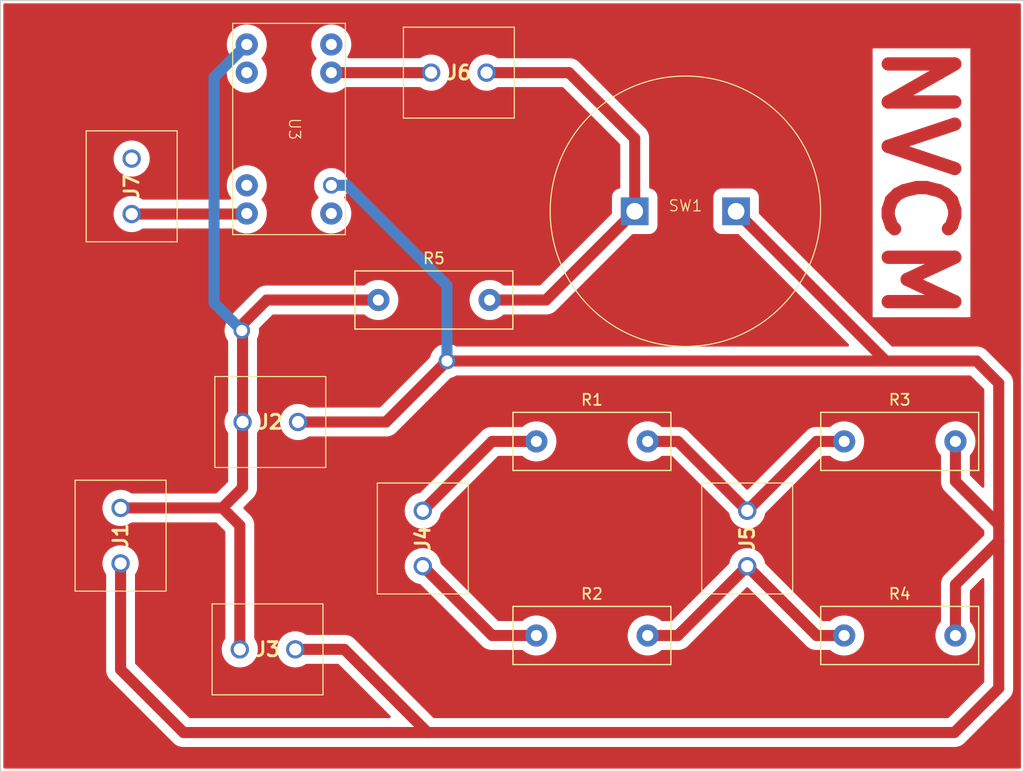
<source format=kicad_pcb>
(kicad_pcb (version 20221018) (generator pcbnew)
  (layers (0 "F.Cu" signal) (31 "B.Cu" signal) (34 "B.Paste" user) (35 "F.Paste" user) (36 "B.SilkS" user "B.Silkscreen") (37 "F.SilkS" user "F.Silkscreen") (38 "B.Mask" user) (39 "F.Mask" user) (44 "Edge.Cuts" user))
  (net 0 "")
  (net 1 "Net-(J4-Pin_1)")
  (net 2 "Net-(J5-Pin_1)")
  (net 3 "Net-(J4-Pin_2)")
  (net 4 "Net-(J5-Pin_2)")
  (net 5 "GND")
  (net 6 "Net-(J1-Pin_2)")
  (net 7 "Net-(J6-Pin_1)")
  (net 9 "Net-(J6-Pin_2)")
  (net 13 "Net-(J7-Pin_1)")
  (footprint "Connector:ScrewTerminal1x2" (layer "F.Cu") (at 118.072 63.25)
    (fp_text reference "J6" (at -2.5 0) (layer "F.SilkS") (effects (font (size 1.27 1.27) (thickness 0.254))))
    (fp_text value "AlimSensor2" hide)
    (fp_line (start -7.5 -4.1) (end -7.5 4.1) (stroke (width 0.1)) (layer "F.SilkS"))
    (fp_line (start -7.5 4.1) (end 2.5 4.1) (stroke (width 0.1)) (layer "F.SilkS"))
    (fp_line (start 2.5 -4.1) (end -7.5 -4.1) (stroke (width 0.1)) (layer "F.SilkS"))
    (fp_line (start 2.5 4.1) (end 2.5 -4.1) (stroke (width 0.1)) (layer "F.SilkS"))
    (pad "1" thru_hole circle (at 0 0) (size 1.65 1.65) (drill 1.1) (layers "*.Cu" "*.Mask") (net 7 "Net-(J6-Pin_1)"))
    (pad "2" thru_hole circle (at -5 0) (size 1.65 1.65) (drill 1.1) (layers "*.Cu" "*.Mask") (net 9 "Net-(J6-Pin_2)"))
  )
  (footprint "Resistor_THT:RUSABLE" (layer "F.Cu") (at 123.072 114)
    (fp_text reference "R2" (at 4.5 -3.75) (layer "F.SilkS"))
    (fp_text value "10K")
    (fp_line (start -2.62 -2.62) (end -2.62 2.62) (stroke (width 0.12)) (layer "F.SilkS"))
    (fp_line (start -2.62 -2.62) (end 11.62 -2.62) (stroke (width 0.12)) (layer "F.SilkS"))
    (fp_line (start -2.62 2.62) (end 11.62 2.62) (stroke (width 0.12)) (layer "F.SilkS"))
    (fp_line (start 11.62 -2.62) (end 11.62 2.62) (stroke (width 0.12)) (layer "F.SilkS"))
    (pad "1" thru_hole circle (at -0.508 0) (size 2 2) (drill 1) (layers "*.Cu" "*.Mask") (net 3 "Net-(J4-Pin_2)"))
    (pad "2" thru_hole circle (at 9.525 0) (size 2 2) (drill 1) (layers "*.Cu" "*.Mask") (net 4 "Net-(J5-Pin_2)"))
  )
  (footprint "Button_Switch_THT:Button2P" (layer "F.Cu") (at 136 75.75)
    (fp_text reference "SW1" (at 0 -0.5 unlocked) (layer "F.SilkS") (effects (font (thickness 0.1))))
    (fp_text value "SW_MEC_5G")
    (fp_circle (center 0 0) (end 0 -12.192) (stroke (width 0.1)) (fill none) (layer "F.SilkS"))
    (pad "1" thru_hole rect (at -4.572 0 90) (size 2.5 2.5) (drill 1.5) (layers "*.Cu" "*.Mask") (net 7 "Net-(J6-Pin_1)"))
    (pad "2" thru_hole rect (at 4.572 0 90) (size 2.5 2.5) (drill oval 1.5) (layers "*.Cu" "*.Mask") (net 5 "GND"))
  )
  (footprint "Connector:ScrewTerminal1x2" (layer "F.Cu") (at 141.572 102.75 90)
    (fp_text reference "J5" (at -2.5 0 90) (layer "F.SilkS") (effects (font (size 1.27 1.27) (thickness 0.254))))
    (fp_text value "SensorArduino" hide)
    (fp_line (start -7.5 -4.1) (end -7.5 4.1) (stroke (width 0.1)) (layer "F.SilkS"))
    (fp_line (start -7.5 4.1) (end 2.5 4.1) (stroke (width 0.1)) (layer "F.SilkS"))
    (fp_line (start 2.5 -4.1) (end -7.5 -4.1) (stroke (width 0.1)) (layer "F.SilkS"))
    (fp_line (start 2.5 4.1) (end 2.5 -4.1) (stroke (width 0.1)) (layer "F.SilkS"))
    (pad "1" thru_hole circle (at 0 0 90) (size 1.65 1.65) (drill 1.1) (layers "*.Cu" "*.Mask") (net 2 "Net-(J5-Pin_1)"))
    (pad "2" thru_hole circle (at -5 0 90) (size 1.65 1.65) (drill 1.1) (layers "*.Cu" "*.Mask") (net 4 "Net-(J5-Pin_2)"))
  )
  (footprint "Connector:ScrewTerminal1x2" (layer "F.Cu") (at 86.072 76 -90)
    (fp_text reference "J7" (at -2.5 0 90) (layer "F.SilkS") (effects (font (size 1.27 1.27) (thickness 0.254))))
    (fp_text value "CircuitoPotencia" hide)
    (fp_line (start -7.5 -4.1) (end -7.5 4.1) (stroke (width 0.1)) (layer "F.SilkS"))
    (fp_line (start -7.5 4.1) (end 2.5 4.1) (stroke (width 0.1)) (layer "F.SilkS"))
    (fp_line (start 2.5 -4.1) (end -7.5 -4.1) (stroke (width 0.1)) (layer "F.SilkS"))
    (fp_line (start 2.5 4.1) (end 2.5 -4.1) (stroke (width 0.1)) (layer "F.SilkS"))
    (pad "1" thru_hole circle (at 0 0 270) (size 1.65 1.65) (drill 1.1) (layers "*.Cu" "*.Mask") (net 13 "Net-(J7-Pin_1)"))
    (pad "2" thru_hole circle (at -5 0 270) (size 1.65 1.65) (drill 1.1) (layers "*.Cu" "*.Mask"))
  )
  (footprint "Resistor_THT:RUSABLE" (layer "F.Cu") (at 108.822 83.75)
    (fp_text reference "R5" (at 4.5 -3.75) (layer "F.SilkS"))
    (fp_text value "330")
    (fp_line (start -2.62 -2.62) (end -2.62 2.62) (stroke (width 0.12)) (layer "F.SilkS"))
    (fp_line (start -2.62 -2.62) (end 11.62 -2.62) (stroke (width 0.12)) (layer "F.SilkS"))
    (fp_line (start -2.62 2.62) (end 11.62 2.62) (stroke (width 0.12)) (layer "F.SilkS"))
    (fp_line (start 11.62 -2.62) (end 11.62 2.62) (stroke (width 0.12)) (layer "F.SilkS"))
    (pad "1" thru_hole circle (at -0.508 0) (size 2 2) (drill 1) (layers "*.Cu" "*.Mask") (net 6 "Net-(J1-Pin_2)"))
    (pad "2" thru_hole circle (at 9.525 0) (size 2 2) (drill 1) (layers "*.Cu" "*.Mask") (net 7 "Net-(J6-Pin_1)"))
  )
  (footprint "Resistor_THT:RUSABLE" (layer "F.Cu") (at 150.822 114)
    (fp_text reference "R4" (at 4.5 -3.75) (layer "F.SilkS"))
    (fp_text value "2,7K")
    (fp_line (start -2.62 -2.62) (end -2.62 2.62) (stroke (width 0.12)) (layer "F.SilkS"))
    (fp_line (start -2.62 -2.62) (end 11.62 -2.62) (stroke (width 0.12)) (layer "F.SilkS"))
    (fp_line (start -2.62 2.62) (end 11.62 2.62) (stroke (width 0.12)) (layer "F.SilkS"))
    (fp_line (start 11.62 -2.62) (end 11.62 2.62) (stroke (width 0.12)) (layer "F.SilkS"))
    (pad "1" thru_hole circle (at -0.508 0) (size 2 2) (drill 1) (layers "*.Cu" "*.Mask") (net 4 "Net-(J5-Pin_2)"))
    (pad "2" thru_hole circle (at 9.525 0) (size 2 2) (drill 1) (layers "*.Cu" "*.Mask") (net 5 "GND"))
  )
  (footprint "Connector:ScrewTerminal1x2" (layer "F.Cu") (at 85.072 107.5 -90)
    (fp_text reference "J1" (at -2.5 0 90) (layer "F.SilkS") (effects (font (size 1.27 1.27) (thickness 0.254))))
    (fp_text value "Alimentación" hide)
    (fp_line (start -7.5 -4.1) (end -7.5 4.1) (stroke (width 0.1)) (layer "F.SilkS"))
    (fp_line (start -7.5 4.1) (end 2.5 4.1) (stroke (width 0.1)) (layer "F.SilkS"))
    (fp_line (start 2.5 -4.1) (end -7.5 -4.1) (stroke (width 0.1)) (layer "F.SilkS"))
    (fp_line (start 2.5 4.1) (end 2.5 -4.1) (stroke (width 0.1)) (layer "F.SilkS"))
    (pad "1" thru_hole circle (at 0 0 270) (size 1.65 1.65) (drill 1.1) (layers "*.Cu" "*.Mask") (net 5 "GND"))
    (pad "2" thru_hole circle (at -5 0 270) (size 1.65 1.65) (drill 1.1) (layers "*.Cu" "*.Mask") (net 6 "Net-(J1-Pin_2)"))
  )
  (footprint "Connector:ScrewTerminal1x2" (layer "F.Cu") (at 100.822 115.25)
    (fp_text reference "J3" (at -2.5 0) (layer "F.SilkS") (effects (font (size 1.27 1.27) (thickness 0.254))))
    (fp_text value "AlimSensor2" hide)
    (fp_line (start -7.5 -4.1) (end -7.5 4.1) (stroke (width 0.1)) (layer "F.SilkS"))
    (fp_line (start -7.5 4.1) (end 2.5 4.1) (stroke (width 0.1)) (layer "F.SilkS"))
    (fp_line (start 2.5 -4.1) (end -7.5 -4.1) (stroke (width 0.1)) (layer "F.SilkS"))
    (fp_line (start 2.5 4.1) (end 2.5 -4.1) (stroke (width 0.1)) (layer "F.SilkS"))
    (pad "1" thru_hole circle (at 0 0) (size 1.65 1.65) (drill 1.1) (layers "*.Cu" "*.Mask") (net 5 "GND"))
    (pad "2" thru_hole circle (at -5 0) (size 1.65 1.65) (drill 1.1) (layers "*.Cu" "*.Mask") (net 6 "Net-(J1-Pin_2)"))
  )
  (footprint "Resistor_THT:RUSABLE" (layer "F.Cu") (at 123.072 96.5)
    (fp_text reference "R1" (at 4.5 -3.75) (layer "F.SilkS"))
    (fp_text value "10K")
    (fp_line (start -2.62 -2.62) (end -2.62 2.62) (stroke (width 0.12)) (layer "F.SilkS"))
    (fp_line (start -2.62 -2.62) (end 11.62 -2.62) (stroke (width 0.12)) (layer "F.SilkS"))
    (fp_line (start -2.62 2.62) (end 11.62 2.62) (stroke (width 0.12)) (layer "F.SilkS"))
    (fp_line (start 11.62 -2.62) (end 11.62 2.62) (stroke (width 0.12)) (layer "F.SilkS"))
    (pad "1" thru_hole circle (at -0.508 0) (size 2 2) (drill 1) (layers "*.Cu" "*.Mask") (net 1 "Net-(J4-Pin_1)"))
    (pad "2" thru_hole circle (at 9.525 0) (size 2 2) (drill 1) (layers "*.Cu" "*.Mask") (net 2 "Net-(J5-Pin_1)"))
  )
  (footprint "Relay_THT:RS-291-9710" (layer "F.Cu") (at 100.262 68.33 -90)
    (fp_text reference "U3" (at 0 -0.5 -90 unlocked) (layer "F.SilkS") (effects (font (thickness 0.1))))
    (fp_text value "~")
    (fp_line (start -9.525 -5.08) (end 9.525 -5.08) (stroke (width 0.1)) (layer "F.SilkS"))
    (fp_line (start -9.525 5.08) (end -9.525 -5.08) (stroke (width 0.1)) (layer "F.SilkS"))
    (fp_line (start -9.525 5.08) (end 9.525 5.08) (stroke (width 0.1)) (layer "F.SilkS"))
    (fp_line (start 9.525 5.08) (end 9.525 -5.08) (stroke (width 0.1)) (layer "F.SilkS"))
    (pad "1" thru_hole circle (at -7.62 -3.81) (size 2 2) (drill 1) (layers "*.Cu" "*.Mask"))
    (pad "2" thru_hole circle (at -5.08 -3.81) (size 2 2) (drill 1) (layers "*.Cu" "*.Mask") (net 9 "Net-(J6-Pin_2)"))
    (pad "3" thru_hole circle (at 5.08 -3.81) (size 1.5 1.5) (drill 1) (layers "*.Cu" "*.Mask") (net 5 "GND"))
    (pad "4" thru_hole circle (at 7.62 -3.81) (size 2 2) (drill 1) (layers "*.Cu" "*.Mask"))
    (pad "5" thru_hole circle (at -7.62 3.81) (size 2 2) (drill 1) (layers "*.Cu" "*.Mask") (net 6 "Net-(J1-Pin_2)"))
    (pad "6" thru_hole circle (at -5.08 3.81) (size 2 2) (drill 1) (layers "*.Cu" "*.Mask"))
    (pad "7" thru_hole circle (at 5.08 3.81) (size 2 2) (drill 1) (layers "*.Cu" "*.Mask"))
    (pad "8" thru_hole circle (at 7.62 3.81) (size 2 2) (drill 1) (layers "*.Cu" "*.Mask") (net 13 "Net-(J7-Pin_1)"))
  )
  (footprint "Resistor_THT:RUSABLE" (layer "F.Cu") (at 150.822 96.5)
    (fp_text reference "R3" (at 4.5 -3.75) (layer "F.SilkS"))
    (fp_text value "2,7K")
    (fp_line (start -2.62 -2.62) (end -2.62 2.62) (stroke (width 0.12)) (layer "F.SilkS"))
    (fp_line (start -2.62 -2.62) (end 11.62 -2.62) (stroke (width 0.12)) (layer "F.SilkS"))
    (fp_line (start -2.62 2.62) (end 11.62 2.62) (stroke (width 0.12)) (layer "F.SilkS"))
    (fp_line (start 11.62 -2.62) (end 11.62 2.62) (stroke (width 0.12)) (layer "F.SilkS"))
    (pad "1" thru_hole circle (at -0.508 0) (size 2 2) (drill 1) (layers "*.Cu" "*.Mask") (net 2 "Net-(J5-Pin_1)"))
    (pad "2" thru_hole circle (at 9.525 0) (size 2 2) (drill 1) (layers "*.Cu" "*.Mask") (net 5 "GND"))
  )
  (footprint "Connector:ScrewTerminal1x2" (layer "F.Cu") (at 112.322 102.75 90)
    (fp_text reference "J4" (at -2.5 0 90) (layer "F.SilkS") (effects (font (size 1.27 1.27) (thickness 0.254))))
    (fp_text value "AlimSensor1" hide)
    (fp_line (start -7.5 -4.1) (end -7.5 4.1) (stroke (width 0.1)) (layer "F.SilkS"))
    (fp_line (start -7.5 4.1) (end 2.5 4.1) (stroke (width 0.1)) (layer "F.SilkS"))
    (fp_line (start 2.5 -4.1) (end -7.5 -4.1) (stroke (width 0.1)) (layer "F.SilkS"))
    (fp_line (start 2.5 4.1) (end 2.5 -4.1) (stroke (width 0.1)) (layer "F.SilkS"))
    (pad "1" thru_hole circle (at 0 0 90) (size 1.65 1.65) (drill 1.1) (layers "*.Cu" "*.Mask") (net 1 "Net-(J4-Pin_1)"))
    (pad "2" thru_hole circle (at -5 0 90) (size 1.65 1.65) (drill 1.1) (layers "*.Cu" "*.Mask") (net 3 "Net-(J4-Pin_2)"))
  )
  (footprint "Connector:ScrewTerminal1x2" (layer "F.Cu") (at 101.072 94.75)
    (fp_text reference "J2" (at -2.5 0) (layer "F.SilkS") (effects (font (size 1.27 1.27) (thickness 0.254))))
    (fp_text value "AlimSensor1" hide)
    (fp_line (start -7.5 -4.1) (end -7.5 4.1) (stroke (width 0.1)) (layer "F.SilkS"))
    (fp_line (start -7.5 4.1) (end 2.5 4.1) (stroke (width 0.1)) (layer "F.SilkS"))
    (fp_line (start 2.5 -4.1) (end -7.5 -4.1) (stroke (width 0.1)) (layer "F.SilkS"))
    (fp_line (start 2.5 4.1) (end 2.5 -4.1) (stroke (width 0.1)) (layer "F.SilkS"))
    (pad "1" thru_hole circle (at 0 0) (size 1.65 1.65) (drill 1.1) (layers "*.Cu" "*.Mask") (net 5 "GND"))
    (pad "2" thru_hole circle (at -5 0) (size 1.65 1.65) (drill 1.1) (layers "*.Cu" "*.Mask") (net 6 "Net-(J1-Pin_2)"))
  )
  (gr_line (start 166.5 56.75) (end 166.5 126.25) (stroke (width 0.1)) (layer "Edge.Cuts"))
  (gr_line (start 166.5 126.25) (end 74.25 126.25) (stroke (width 0.1)) (layer "Edge.Cuts"))
  (gr_line (start 74.25 56.75) (end 166.5 56.75) (stroke (width 0.1)) (layer "Edge.Cuts"))
  (gr_line (start 74.25 126.25) (end 74.25 56.75) (stroke (width 0.1)) (layer "Edge.Cuts"))
  (gr_text "NVCM" (at 157 60.25 -90) (layer "F.Cu") (effects (font (size 6 6) (thickness 1.2) bold) (justify left)))
  (segment (start 118.572 96.5) (end 122.564 96.5) (width 1) (layer "F.Cu") (net 1))
  (segment (start 112.322 102.75) (end 118.572 96.5) (width 1) (layer "F.Cu") (net 1))
  (segment (start 135.322 96.5) (end 141.572 102.75) (width 1) (layer "F.Cu") (net 2))
  (segment (start 147.822 96.5) (end 150.314 96.5) (width 1) (layer "F.Cu") (net 2))
  (segment (start 132.597 96.5) (end 135.322 96.5) (width 1) (layer "F.Cu") (net 2))
  (segment (start 141.572 102.75) (end 147.822 96.5) (width 1) (layer "F.Cu") (net 2))
  (segment (start 118.572 114) (end 122.564 114) (width 1) (layer "F.Cu") (net 3))
  (segment (start 112.322 107.75) (end 118.572 114) (width 1) (layer "F.Cu") (net 3))
  (segment (start 147.822 114) (end 150.314 114) (width 1) (layer "F.Cu") (net 4))
  (segment (start 135.322 114) (end 141.572 107.75) (width 1) (layer "F.Cu") (net 4))
  (segment (start 132.597 114) (end 135.322 114) (width 1) (layer "F.Cu") (net 4))
  (segment (start 141.572 107.75) (end 147.822 114) (width 1) (layer "F.Cu") (net 4))
  (segment (start 164.25 105.5) (end 164.25 104) (width 1) (layer "F.Cu") (net 5))
  (segment (start 160.347 109.403) (end 164.25 105.5) (width 1) (layer "F.Cu") (net 5))
  (segment (start 100.822 115.25) (end 105.25 115.25) (width 1) (layer "F.Cu") (net 5))
  (segment (start 154 89.178) (end 154 89.25) (width 1) (layer "F.Cu") (net 5))
  (segment (start 112.75 122.75) (end 160.25 122.75) (width 1) (layer "F.Cu") (net 5))
  (segment (start 164.25 118.75) (end 164.25 105.5) (width 1) (layer "F.Cu") (net 5))
  (segment (start 164.25 104) (end 164.25 91.25) (width 1) (layer "F.Cu") (net 5))
  (segment (start 154 89.25) (end 114.5 89.25) (width 1) (layer "F.Cu") (net 5))
  (segment (start 160.347 114) (end 160.347 109.403) (width 1) (layer "F.Cu") (net 5))
  (segment (start 114.5 89.25) (end 109 94.75) (width 1) (layer "F.Cu") (net 5))
  (segment (start 85.072 117.072) (end 90.75 122.75) (width 1) (layer "F.Cu") (net 5))
  (segment (start 105.25 115.25) (end 112.75 122.75) (width 1) (layer "F.Cu") (net 5))
  (segment (start 160.25 122.75) (end 164.25 118.75) (width 1) (layer "F.Cu") (net 5))
  (segment (start 90.75 122.75) (end 112.75 122.75) (width 1) (layer "F.Cu") (net 5))
  (segment (start 164.25 91.25) (end 162.25 89.25) (width 1) (layer "F.Cu") (net 5))
  (segment (start 140.572 75.75) (end 154 89.178) (width 1) (layer "F.Cu") (net 5))
  (segment (start 109 94.75) (end 101.072 94.75) (width 1) (layer "F.Cu") (net 5))
  (segment (start 162.25 89.25) (end 154 89.25) (width 1) (layer "F.Cu") (net 5))
  (segment (start 160.347 96.5) (end 160.347 100.097) (width 1) (layer "F.Cu") (net 5))
  (segment (start 160.347 100.097) (end 164.25 104) (width 1) (layer "F.Cu") (net 5))
  (segment (start 85.072 107.5) (end 85.072 117.072) (width 1) (layer "F.Cu") (net 5))
  (via (at 114.5 89.25) (size 1.5) (drill 1) (layers "F.Cu" "B.Cu") (net 5))
  (segment (start 105.486213 73.41) (end 104.072 73.41) (width 1) (layer "B.Cu") (net 5))
  (segment (start 114.5 82.423787) (end 105.486213 73.41) (width 1) (layer "B.Cu") (net 5))
  (segment (start 114.5 89.25) (end 114.5 82.423787) (width 1) (layer "B.Cu") (net 5))
  (segment (start 95.822 104.072) (end 95.822 115.25) (width 1) (layer "F.Cu") (net 6))
  (segment (start 96.072 100.678) (end 96.072 94.75) (width 1) (layer "F.Cu") (net 6))
  (segment (start 96.072 94.75) (end 96.072 85.928) (width 1) (layer "F.Cu") (net 6))
  (segment (start 94.25 102.5) (end 96.072 100.678) (width 1) (layer "F.Cu") (net 6))
  (segment (start 94.25 102.5) (end 95.822 104.072) (width 1) (layer "F.Cu") (net 6))
  (segment (start 85.072 102.5) (end 94.25 102.5) (width 1) (layer "F.Cu") (net 6))
  (segment (start 96.072 85.928) (end 98.25 83.75) (width 1) (layer "F.Cu") (net 6))
  (segment (start 98.25 83.75) (end 108.314 83.75) (width 1) (layer "F.Cu") (net 6))
  (via (at 96 86.5) (size 1.5) (drill 1) (layers "F.Cu" "B.Cu") (net 6))
  (segment (start 93.5 63.662) (end 96.452 60.71) (width 1) (layer "B.Cu") (net 6))
  (segment (start 93.5 84) (end 93.5 63.662) (width 1) (layer "B.Cu") (net 6))
  (segment (start 96 86.5) (end 93.5 84) (width 1) (layer "B.Cu") (net 6))
  (segment (start 118.072 63.25) (end 125.5 63.25) (width 1) (layer "F.Cu") (net 7))
  (segment (start 125.5 63.25) (end 131.428 69.178) (width 1) (layer "F.Cu") (net 7))
  (segment (start 118.347 83.75) (end 123.428 83.75) (width 1) (layer "F.Cu") (net 7))
  (segment (start 123.428 83.75) (end 131.428 75.75) (width 1) (layer "F.Cu") (net 7))
  (segment (start 131.428 69.178) (end 131.428 75.75) (width 1) (layer "F.Cu") (net 7))
  (segment (start 104.072 63.25) (end 113.072 63.25) (width 1) (layer "F.Cu") (net 9))
  (segment (start 96.402 76) (end 96.452 75.95) (width 1) (layer "F.Cu") (net 13))
  (segment (start 86.072 76) (end 96.402 76) (width 1) (layer "F.Cu") (net 13))
  (zone (net 0) (net_name "") (layer "F.Cu") (connect_pads (clearance 0.8)) (min_thickness 0.25) (fill yes (thermal_gap 0.5) (thermal_bridge_width 0.5) (island_removal_mode 1) (island_area_min 10))
    (polygon (pts (xy 74.5 57) (xy 166.25 57) (xy 166.25 126) (xy 74.5 126)))
  )
)
</source>
